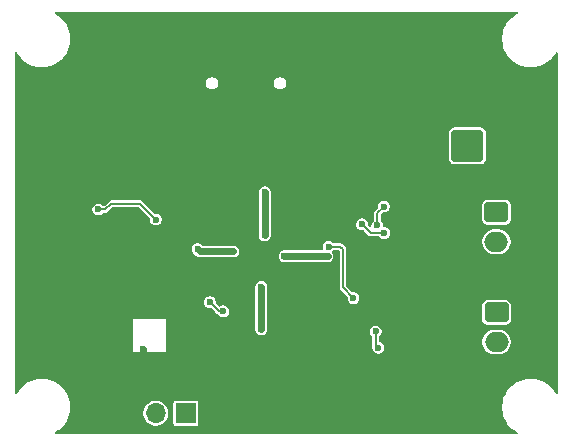
<source format=gbr>
%TF.GenerationSoftware,KiCad,Pcbnew,9.0.4*%
%TF.CreationDate,2025-09-14T23:12:39-04:00*%
%TF.ProjectId,rotour_v2,726f746f-7572-45f7-9632-2e6b69636164,20250913A*%
%TF.SameCoordinates,Original*%
%TF.FileFunction,Copper,L2,Bot*%
%TF.FilePolarity,Positive*%
%FSLAX46Y46*%
G04 Gerber Fmt 4.6, Leading zero omitted, Abs format (unit mm)*
G04 Created by KiCad (PCBNEW 9.0.4) date 2025-09-14 23:12:39*
%MOMM*%
%LPD*%
G01*
G04 APERTURE LIST*
G04 Aperture macros list*
%AMRoundRect*
0 Rectangle with rounded corners*
0 $1 Rounding radius*
0 $2 $3 $4 $5 $6 $7 $8 $9 X,Y pos of 4 corners*
0 Add a 4 corners polygon primitive as box body*
4,1,4,$2,$3,$4,$5,$6,$7,$8,$9,$2,$3,0*
0 Add four circle primitives for the rounded corners*
1,1,$1+$1,$2,$3*
1,1,$1+$1,$4,$5*
1,1,$1+$1,$6,$7*
1,1,$1+$1,$8,$9*
0 Add four rect primitives between the rounded corners*
20,1,$1+$1,$2,$3,$4,$5,0*
20,1,$1+$1,$4,$5,$6,$7,0*
20,1,$1+$1,$6,$7,$8,$9,0*
20,1,$1+$1,$8,$9,$2,$3,0*%
G04 Aperture macros list end*
%TA.AperFunction,HeatsinkPad*%
%ADD10C,0.500000*%
%TD*%
%TA.AperFunction,HeatsinkPad*%
%ADD11R,3.400000X3.400000*%
%TD*%
%TA.AperFunction,ComponentPad*%
%ADD12RoundRect,0.250001X1.099999X-1.099999X1.099999X1.099999X-1.099999X1.099999X-1.099999X-1.099999X0*%
%TD*%
%TA.AperFunction,ComponentPad*%
%ADD13C,2.700000*%
%TD*%
%TA.AperFunction,HeatsinkPad*%
%ADD14O,1.000000X2.100000*%
%TD*%
%TA.AperFunction,HeatsinkPad*%
%ADD15O,1.000000X1.800000*%
%TD*%
%TA.AperFunction,ComponentPad*%
%ADD16RoundRect,0.250000X-0.750000X0.600000X-0.750000X-0.600000X0.750000X-0.600000X0.750000X0.600000X0*%
%TD*%
%TA.AperFunction,ComponentPad*%
%ADD17O,2.000000X1.700000*%
%TD*%
%TA.AperFunction,ComponentPad*%
%ADD18R,1.700000X1.700000*%
%TD*%
%TA.AperFunction,ComponentPad*%
%ADD19O,1.700000X1.700000*%
%TD*%
%TA.AperFunction,ViaPad*%
%ADD20C,0.600000*%
%TD*%
%TA.AperFunction,Conductor*%
%ADD21C,0.600000*%
%TD*%
%TA.AperFunction,Conductor*%
%ADD22C,0.150000*%
%TD*%
G04 APERTURE END LIST*
D10*
%TO.P,U3,61,GND*%
%TO.N,GND*%
X180550000Y-114550000D03*
X180550000Y-116000000D03*
X180550000Y-117450000D03*
X182000000Y-114550000D03*
X182000000Y-116000000D03*
D11*
X182000000Y-116000000D03*
D10*
X182000000Y-117450000D03*
X183450000Y-114550000D03*
X183450000Y-116000000D03*
X183450000Y-117450000D03*
%TD*%
D12*
%TO.P,J5,1,Pin_1*%
%TO.N,+BATT*%
X199650000Y-106257500D03*
D13*
%TO.P,J5,2,Pin_2*%
%TO.N,GND*%
X199650000Y-102297500D03*
%TD*%
D14*
%TO.P,J7,S1,SHIELD*%
%TO.N,GND*%
X185220000Y-101455000D03*
D15*
X185220000Y-97275000D03*
D14*
X176580000Y-101455000D03*
D15*
X176580000Y-97275000D03*
%TD*%
D16*
%TO.P,J2,1,Pin_1*%
%TO.N,/L_MOT_OUT1*%
X202105000Y-111890000D03*
D17*
%TO.P,J2,2,Pin_2*%
%TO.N,/L_MOT_OUT2*%
X202105000Y-114390000D03*
%TD*%
D16*
%TO.P,J6,1,Pin_1*%
%TO.N,/R_MOT_OUT1*%
X202115000Y-120370000D03*
D17*
%TO.P,J6,2,Pin_2*%
%TO.N,/R_MOT_OUT2*%
X202115000Y-122870000D03*
%TD*%
D18*
%TO.P,J4,1,Pin_1*%
%TO.N,/SERVO*%
X175805000Y-128900000D03*
D19*
%TO.P,J4,2,Pin_2*%
%TO.N,+3V3*%
X173265000Y-128900000D03*
%TO.P,J4,3,Pin_3*%
%TO.N,GND*%
X170725000Y-128900000D03*
%TD*%
D20*
%TO.N,GND*%
X191500000Y-100750000D03*
X195125000Y-114350000D03*
X194475000Y-123475000D03*
X171650000Y-104700000D03*
X196500000Y-122700000D03*
X184800000Y-125000000D03*
X185850000Y-112150000D03*
X184800000Y-127500000D03*
X177700000Y-104550000D03*
X185100000Y-110500000D03*
X185100000Y-111100000D03*
X191450000Y-119450000D03*
X183700000Y-123350000D03*
X179400000Y-125000000D03*
X190290000Y-115400000D03*
X184800000Y-130300000D03*
X179140000Y-108120000D03*
X193050000Y-101300000D03*
X183950000Y-104700000D03*
X194800000Y-124025000D03*
X174300000Y-112725000D03*
X193350000Y-99700000D03*
X166450000Y-116650000D03*
X194800000Y-114900000D03*
X180450000Y-105300000D03*
X194475000Y-114350000D03*
X179400000Y-126250000D03*
X179400000Y-128775000D03*
X189050000Y-119900000D03*
X193050000Y-101900000D03*
X179400000Y-127500000D03*
X190200000Y-126175000D03*
X191400000Y-109450000D03*
X194200000Y-100850000D03*
X189425000Y-112500000D03*
X169000000Y-112650000D03*
X169900000Y-127200000D03*
X195125000Y-123475000D03*
X190700000Y-102250000D03*
X191450000Y-110500000D03*
X197600000Y-122700000D03*
X191950000Y-119000000D03*
X169000000Y-114650000D03*
X172220000Y-123420000D03*
X165950000Y-122950000D03*
X175475000Y-122475000D03*
X166300000Y-100600000D03*
X166450000Y-114650000D03*
X177879077Y-123931720D03*
X184800000Y-126250000D03*
X188575000Y-112450000D03*
X165075000Y-100600000D03*
X197585000Y-113600000D03*
X176950000Y-102900000D03*
X193350000Y-100300000D03*
X194800000Y-100850000D03*
X181950000Y-130300000D03*
X191500000Y-118500000D03*
X169000000Y-116650000D03*
X184800000Y-128775000D03*
X170650000Y-127200000D03*
X196525000Y-113600000D03*
X180200000Y-123300000D03*
X184650000Y-102950000D03*
X174300000Y-117400000D03*
X191875000Y-109925000D03*
X190290000Y-116400000D03*
X166450000Y-112650000D03*
X174300000Y-115000000D03*
X190300000Y-108400000D03*
X179400000Y-130300000D03*
X188575000Y-113200000D03*
%TO.N,+3V3*%
X191875000Y-121975000D03*
X192600000Y-113650000D03*
X190725000Y-112900000D03*
X192100000Y-123350000D03*
%TO.N,+1V1*%
X182200500Y-121800000D03*
X179825000Y-115200000D03*
X176800500Y-115000000D03*
X182200000Y-118175000D03*
X182500500Y-110200000D03*
X182488270Y-113850500D03*
X184150000Y-115600000D03*
X187800500Y-115600000D03*
X182500000Y-110800000D03*
%TO.N,/R_MOT_VISEN*%
X190000000Y-119150000D03*
X187890000Y-114800000D03*
%TO.N,/L_ENCODER_CS*%
X168400000Y-111650000D03*
X173277500Y-112502500D03*
%TO.N,/L_MOT_IN2*%
X192575000Y-111400000D03*
X192025000Y-113000000D03*
%TO.N,/GYRO_MOSI*%
X177850000Y-119500000D03*
X178975000Y-120275000D03*
%TD*%
D21*
%TO.N,GND*%
X172220000Y-123420000D02*
X172220000Y-123750000D01*
D22*
%TO.N,+3V3*%
X191875000Y-123125000D02*
X192100000Y-123350000D01*
X191475000Y-113650000D02*
X190725000Y-112900000D01*
X192600000Y-113650000D02*
X191475000Y-113650000D01*
X191875000Y-121975000D02*
X191875000Y-123125000D01*
D21*
%TO.N,+1V1*%
X187800500Y-115600000D02*
X184150000Y-115600000D01*
X179825000Y-115200000D02*
X177000500Y-115200000D01*
X182200500Y-118175500D02*
X182200500Y-121800000D01*
X177000500Y-115200000D02*
X176800500Y-115000000D01*
X182488270Y-113850500D02*
X182500500Y-113838270D01*
X182500500Y-113838270D02*
X182500500Y-110200000D01*
X182200000Y-118175000D02*
X182200500Y-118175500D01*
D22*
%TO.N,/R_MOT_VISEN*%
X189100000Y-115000000D02*
X188900000Y-114800000D01*
X189100000Y-118250000D02*
X190000000Y-119150000D01*
X188900000Y-114800000D02*
X187890000Y-114800000D01*
X189100000Y-115000000D02*
X189100000Y-118250000D01*
%TO.N,/L_ENCODER_CS*%
X169000000Y-111650000D02*
X168400000Y-111650000D01*
X169500000Y-111150000D02*
X169000000Y-111650000D01*
X171925000Y-111150000D02*
X169500000Y-111150000D01*
X173277500Y-112502500D02*
X171925000Y-111150000D01*
%TO.N,/L_MOT_IN2*%
X192025000Y-111950000D02*
X192025000Y-113000000D01*
X192575000Y-111400000D02*
X192025000Y-111950000D01*
%TO.N,/GYRO_MOSI*%
X178625000Y-120275000D02*
X177850000Y-119500000D01*
X178975000Y-120275000D02*
X178625000Y-120275000D01*
%TD*%
%TA.AperFunction,Conductor*%
%TO.N,GND*%
G36*
X203866816Y-94919407D02*
G01*
X203902780Y-94968907D01*
X203902780Y-95030093D01*
X203866816Y-95079593D01*
X203851580Y-95088696D01*
X203837010Y-95095712D01*
X203837005Y-95095714D01*
X203608710Y-95239162D01*
X203397916Y-95407265D01*
X203207265Y-95597916D01*
X203039162Y-95808710D01*
X202895714Y-96037005D01*
X202895708Y-96037017D01*
X202778733Y-96279919D01*
X202778732Y-96279922D01*
X202689684Y-96534405D01*
X202629688Y-96797265D01*
X202629687Y-96797271D01*
X202599500Y-97065174D01*
X202599500Y-97334825D01*
X202629687Y-97602728D01*
X202629688Y-97602734D01*
X202689684Y-97865594D01*
X202778732Y-98120077D01*
X202778733Y-98120080D01*
X202895708Y-98362982D01*
X202895714Y-98362994D01*
X203039162Y-98591289D01*
X203207266Y-98802085D01*
X203397915Y-98992734D01*
X203608711Y-99160838D01*
X203837003Y-99304284D01*
X203837005Y-99304285D01*
X203837017Y-99304291D01*
X204049556Y-99406644D01*
X204079921Y-99421267D01*
X204198719Y-99462836D01*
X204334405Y-99510315D01*
X204334408Y-99510315D01*
X204334409Y-99510316D01*
X204597268Y-99570312D01*
X204669515Y-99578452D01*
X204865174Y-99600499D01*
X204865190Y-99600499D01*
X204865191Y-99600500D01*
X204865192Y-99600500D01*
X205134808Y-99600500D01*
X205134809Y-99600500D01*
X205134810Y-99600499D01*
X205134825Y-99600499D01*
X205306402Y-99581165D01*
X205402732Y-99570312D01*
X205665591Y-99510316D01*
X205920079Y-99421267D01*
X206162997Y-99304284D01*
X206391289Y-99160838D01*
X206602085Y-98992734D01*
X206792734Y-98802085D01*
X206960838Y-98591289D01*
X207104284Y-98362997D01*
X207111303Y-98348420D01*
X207153586Y-98304196D01*
X207213788Y-98293270D01*
X207268914Y-98319816D01*
X207297909Y-98373696D01*
X207299500Y-98391374D01*
X207299500Y-127208625D01*
X207280593Y-127266816D01*
X207231093Y-127302780D01*
X207169907Y-127302780D01*
X207120407Y-127266816D01*
X207111304Y-127251580D01*
X207109869Y-127248600D01*
X207104284Y-127237003D01*
X206960838Y-127008711D01*
X206792734Y-126797915D01*
X206602085Y-126607266D01*
X206391289Y-126439162D01*
X206162997Y-126295716D01*
X206162994Y-126295714D01*
X206162982Y-126295708D01*
X205920080Y-126178733D01*
X205920077Y-126178732D01*
X205665594Y-126089684D01*
X205402734Y-126029688D01*
X205402728Y-126029687D01*
X205134825Y-125999500D01*
X205134809Y-125999500D01*
X204865191Y-125999500D01*
X204865174Y-125999500D01*
X204597271Y-126029687D01*
X204597265Y-126029688D01*
X204334405Y-126089684D01*
X204079922Y-126178732D01*
X204079919Y-126178733D01*
X203837017Y-126295708D01*
X203837005Y-126295714D01*
X203608710Y-126439162D01*
X203397916Y-126607265D01*
X203207265Y-126797916D01*
X203039162Y-127008710D01*
X202895714Y-127237005D01*
X202895708Y-127237017D01*
X202778733Y-127479919D01*
X202778732Y-127479922D01*
X202689684Y-127734405D01*
X202629688Y-127997265D01*
X202629687Y-127997271D01*
X202599500Y-128265174D01*
X202599500Y-128534825D01*
X202629687Y-128802728D01*
X202629688Y-128802734D01*
X202689684Y-129065594D01*
X202778732Y-129320077D01*
X202778733Y-129320080D01*
X202895708Y-129562982D01*
X202895714Y-129562994D01*
X202991840Y-129715977D01*
X203039162Y-129791289D01*
X203207266Y-130002085D01*
X203397915Y-130192734D01*
X203608711Y-130360838D01*
X203837003Y-130504284D01*
X203848600Y-130509869D01*
X203851580Y-130511304D01*
X203895804Y-130553588D01*
X203906729Y-130613790D01*
X203880181Y-130668916D01*
X203826301Y-130697909D01*
X203808625Y-130699500D01*
X164791375Y-130699500D01*
X164733184Y-130680593D01*
X164697220Y-130631093D01*
X164697220Y-130569907D01*
X164733184Y-130520407D01*
X164748420Y-130511304D01*
X164749885Y-130510598D01*
X164762997Y-130504284D01*
X164991289Y-130360838D01*
X165202085Y-130192734D01*
X165392734Y-130002085D01*
X165560838Y-129791289D01*
X165704284Y-129562997D01*
X165821267Y-129320079D01*
X165910316Y-129065591D01*
X165970312Y-128802732D01*
X165971011Y-128796532D01*
X172214500Y-128796532D01*
X172214500Y-129003467D01*
X172254869Y-129206418D01*
X172334058Y-129397597D01*
X172444564Y-129562982D01*
X172449023Y-129569655D01*
X172595345Y-129715977D01*
X172767402Y-129830941D01*
X172958580Y-129910130D01*
X173161535Y-129950500D01*
X173161536Y-129950500D01*
X173368464Y-129950500D01*
X173368465Y-129950500D01*
X173571420Y-129910130D01*
X173762598Y-129830941D01*
X173934655Y-129715977D01*
X174080977Y-129569655D01*
X174195941Y-129397598D01*
X174275130Y-129206420D01*
X174315500Y-129003465D01*
X174315500Y-128796535D01*
X174275130Y-128593580D01*
X174195941Y-128402402D01*
X174080977Y-128230345D01*
X173934655Y-128084023D01*
X173854182Y-128030253D01*
X174754500Y-128030253D01*
X174754500Y-129769746D01*
X174754501Y-129769758D01*
X174766132Y-129828227D01*
X174766134Y-129828233D01*
X174810445Y-129894548D01*
X174810448Y-129894552D01*
X174876769Y-129938867D01*
X174921231Y-129947711D01*
X174935241Y-129950498D01*
X174935246Y-129950498D01*
X174935252Y-129950500D01*
X174935253Y-129950500D01*
X176674747Y-129950500D01*
X176674748Y-129950500D01*
X176733231Y-129938867D01*
X176799552Y-129894552D01*
X176843867Y-129828231D01*
X176855500Y-129769748D01*
X176855500Y-128030252D01*
X176843867Y-127971769D01*
X176799552Y-127905448D01*
X176799548Y-127905445D01*
X176733233Y-127861134D01*
X176733231Y-127861133D01*
X176733228Y-127861132D01*
X176733227Y-127861132D01*
X176674758Y-127849501D01*
X176674748Y-127849500D01*
X174935252Y-127849500D01*
X174935251Y-127849500D01*
X174935241Y-127849501D01*
X174876772Y-127861132D01*
X174876766Y-127861134D01*
X174810451Y-127905445D01*
X174810445Y-127905451D01*
X174766134Y-127971766D01*
X174766132Y-127971772D01*
X174754501Y-128030241D01*
X174754500Y-128030253D01*
X173854182Y-128030253D01*
X173762597Y-127969058D01*
X173571418Y-127889869D01*
X173368467Y-127849500D01*
X173368465Y-127849500D01*
X173161535Y-127849500D01*
X173161532Y-127849500D01*
X172958581Y-127889869D01*
X172767402Y-127969058D01*
X172595348Y-128084020D01*
X172449020Y-128230348D01*
X172334058Y-128402402D01*
X172254869Y-128593581D01*
X172214500Y-128796532D01*
X165971011Y-128796532D01*
X165993878Y-128593581D01*
X166000499Y-128534825D01*
X166000500Y-128534808D01*
X166000500Y-128265191D01*
X166000499Y-128265174D01*
X165978452Y-128069515D01*
X165970312Y-127997268D01*
X165910316Y-127734409D01*
X165821267Y-127479921D01*
X165737862Y-127306729D01*
X165704291Y-127237017D01*
X165704285Y-127237005D01*
X165560837Y-127008710D01*
X165392734Y-126797915D01*
X165202085Y-126607266D01*
X164991289Y-126439162D01*
X164762997Y-126295716D01*
X164762994Y-126295714D01*
X164762982Y-126295708D01*
X164520080Y-126178733D01*
X164520077Y-126178732D01*
X164265594Y-126089684D01*
X164002734Y-126029688D01*
X164002728Y-126029687D01*
X163734825Y-125999500D01*
X163734809Y-125999500D01*
X163465191Y-125999500D01*
X163465174Y-125999500D01*
X163197271Y-126029687D01*
X163197265Y-126029688D01*
X162934405Y-126089684D01*
X162679922Y-126178732D01*
X162679919Y-126178733D01*
X162437017Y-126295708D01*
X162437005Y-126295714D01*
X162208710Y-126439162D01*
X161997916Y-126607265D01*
X161807265Y-126797916D01*
X161639162Y-127008710D01*
X161495714Y-127237005D01*
X161495712Y-127237010D01*
X161488696Y-127251580D01*
X161446412Y-127295804D01*
X161386210Y-127306729D01*
X161331084Y-127280181D01*
X161302091Y-127226301D01*
X161300500Y-127208625D01*
X161300500Y-123750000D01*
X171300000Y-123750000D01*
X171300001Y-123750000D01*
X174099999Y-123750000D01*
X174100000Y-123750000D01*
X174100000Y-120950000D01*
X171300000Y-120950000D01*
X171300000Y-123750000D01*
X161300500Y-123750000D01*
X161300500Y-119434108D01*
X177349500Y-119434108D01*
X177349500Y-119565892D01*
X177379579Y-119678151D01*
X177383609Y-119693190D01*
X177449496Y-119807309D01*
X177449498Y-119807311D01*
X177449500Y-119807314D01*
X177542686Y-119900500D01*
X177542688Y-119900501D01*
X177542690Y-119900503D01*
X177656810Y-119966390D01*
X177656808Y-119966390D01*
X177656812Y-119966391D01*
X177656814Y-119966392D01*
X177784108Y-120000500D01*
X177784110Y-120000500D01*
X177919876Y-120000500D01*
X177978067Y-120019407D01*
X177989879Y-120029496D01*
X178301274Y-120340890D01*
X178468942Y-120508558D01*
X178520662Y-120529980D01*
X178567186Y-120569715D01*
X178568512Y-120571943D01*
X178574500Y-120582314D01*
X178667686Y-120675500D01*
X178667688Y-120675501D01*
X178667690Y-120675503D01*
X178781810Y-120741390D01*
X178781808Y-120741390D01*
X178781812Y-120741391D01*
X178781814Y-120741392D01*
X178909108Y-120775500D01*
X178909110Y-120775500D01*
X179040890Y-120775500D01*
X179040892Y-120775500D01*
X179168186Y-120741392D01*
X179168188Y-120741390D01*
X179168190Y-120741390D01*
X179282309Y-120675503D01*
X179282309Y-120675502D01*
X179282314Y-120675500D01*
X179375500Y-120582314D01*
X179441392Y-120468186D01*
X179475500Y-120340892D01*
X179475500Y-120209108D01*
X179441392Y-120081814D01*
X179441390Y-120081811D01*
X179441390Y-120081809D01*
X179375503Y-119967690D01*
X179375501Y-119967688D01*
X179375500Y-119967686D01*
X179282314Y-119874500D01*
X179282311Y-119874498D01*
X179282309Y-119874496D01*
X179168189Y-119808609D01*
X179168191Y-119808609D01*
X179118799Y-119795375D01*
X179040892Y-119774500D01*
X178909108Y-119774500D01*
X178831200Y-119795375D01*
X178781809Y-119808609D01*
X178699511Y-119856125D01*
X178639663Y-119868847D01*
X178583767Y-119843960D01*
X178580007Y-119840392D01*
X178379496Y-119639880D01*
X178351719Y-119585364D01*
X178350500Y-119569877D01*
X178350500Y-119434109D01*
X178332574Y-119367207D01*
X178316392Y-119306814D01*
X178316390Y-119306811D01*
X178316390Y-119306809D01*
X178250503Y-119192690D01*
X178250501Y-119192688D01*
X178250500Y-119192686D01*
X178157314Y-119099500D01*
X178157311Y-119099498D01*
X178157309Y-119099496D01*
X178043189Y-119033609D01*
X178043191Y-119033609D01*
X177993799Y-119020375D01*
X177915892Y-118999500D01*
X177784108Y-118999500D01*
X177706200Y-119020375D01*
X177656809Y-119033609D01*
X177542690Y-119099496D01*
X177449496Y-119192690D01*
X177383609Y-119306809D01*
X177383608Y-119306814D01*
X177349500Y-119434108D01*
X161300500Y-119434108D01*
X161300500Y-118109108D01*
X181699500Y-118109108D01*
X181699500Y-118240892D01*
X181699971Y-118242651D01*
X181699999Y-118250845D01*
X181699981Y-118250898D01*
X181700000Y-118251178D01*
X181700000Y-121865892D01*
X181711580Y-121909108D01*
X181734109Y-121993190D01*
X181799996Y-122107309D01*
X181799998Y-122107311D01*
X181800000Y-122107314D01*
X181893186Y-122200500D01*
X181893188Y-122200501D01*
X181893190Y-122200503D01*
X182007310Y-122266390D01*
X182007308Y-122266390D01*
X182007312Y-122266391D01*
X182007314Y-122266392D01*
X182134608Y-122300500D01*
X182134610Y-122300500D01*
X182266390Y-122300500D01*
X182266392Y-122300500D01*
X182393686Y-122266392D01*
X182393688Y-122266390D01*
X182393690Y-122266390D01*
X182507809Y-122200503D01*
X182507809Y-122200502D01*
X182507814Y-122200500D01*
X182601000Y-122107314D01*
X182631768Y-122054023D01*
X182666890Y-121993190D01*
X182666890Y-121993188D01*
X182666892Y-121993186D01*
X182689420Y-121909108D01*
X191374500Y-121909108D01*
X191374500Y-122040892D01*
X191392296Y-122107309D01*
X191408609Y-122168190D01*
X191474496Y-122282309D01*
X191474498Y-122282311D01*
X191474500Y-122282314D01*
X191567686Y-122375500D01*
X191567688Y-122375501D01*
X191570504Y-122378317D01*
X191598281Y-122432834D01*
X191599500Y-122448321D01*
X191599500Y-123179800D01*
X191603610Y-123189723D01*
X191608411Y-123250720D01*
X191607773Y-123253230D01*
X191599500Y-123284106D01*
X191599500Y-123284108D01*
X191599500Y-123415892D01*
X191629579Y-123528151D01*
X191633609Y-123543190D01*
X191699496Y-123657309D01*
X191699498Y-123657311D01*
X191699500Y-123657314D01*
X191792686Y-123750500D01*
X191792688Y-123750501D01*
X191792690Y-123750503D01*
X191906810Y-123816390D01*
X191906808Y-123816390D01*
X191906812Y-123816391D01*
X191906814Y-123816392D01*
X192034108Y-123850500D01*
X192034110Y-123850500D01*
X192165890Y-123850500D01*
X192165892Y-123850500D01*
X192293186Y-123816392D01*
X192293188Y-123816390D01*
X192293190Y-123816390D01*
X192407309Y-123750503D01*
X192407309Y-123750502D01*
X192407314Y-123750500D01*
X192500500Y-123657314D01*
X192566392Y-123543186D01*
X192600500Y-123415892D01*
X192600500Y-123284108D01*
X192566392Y-123156814D01*
X192566390Y-123156811D01*
X192566390Y-123156809D01*
X192500503Y-123042690D01*
X192500501Y-123042688D01*
X192500500Y-123042686D01*
X192407314Y-122949500D01*
X192407311Y-122949498D01*
X192407309Y-122949496D01*
X192293189Y-122883609D01*
X192293190Y-122883609D01*
X192223877Y-122865037D01*
X192221610Y-122863565D01*
X192218907Y-122863565D01*
X192196150Y-122847031D01*
X192172562Y-122831713D01*
X192171593Y-122829189D01*
X192169407Y-122827601D01*
X192160714Y-122800847D01*
X192159743Y-122798317D01*
X192155345Y-122792264D01*
X192153887Y-122783062D01*
X192150636Y-122774591D01*
X192150500Y-122769410D01*
X192150500Y-122766532D01*
X200914500Y-122766532D01*
X200914500Y-122973467D01*
X200954869Y-123176418D01*
X201034058Y-123367597D01*
X201149020Y-123539651D01*
X201149023Y-123539655D01*
X201295345Y-123685977D01*
X201467402Y-123800941D01*
X201658580Y-123880130D01*
X201861535Y-123920500D01*
X201861536Y-123920500D01*
X202368464Y-123920500D01*
X202368465Y-123920500D01*
X202571420Y-123880130D01*
X202762598Y-123800941D01*
X202934655Y-123685977D01*
X203080977Y-123539655D01*
X203195941Y-123367598D01*
X203275130Y-123176420D01*
X203315500Y-122973465D01*
X203315500Y-122766535D01*
X203275130Y-122563580D01*
X203195941Y-122372402D01*
X203080977Y-122200345D01*
X202934655Y-122054023D01*
X202915000Y-122040890D01*
X202762597Y-121939058D01*
X202571418Y-121859869D01*
X202368467Y-121819500D01*
X202368465Y-121819500D01*
X201861535Y-121819500D01*
X201861532Y-121819500D01*
X201658581Y-121859869D01*
X201467402Y-121939058D01*
X201295348Y-122054020D01*
X201149020Y-122200348D01*
X201034058Y-122372402D01*
X200954869Y-122563581D01*
X200914500Y-122766532D01*
X192150500Y-122766532D01*
X192150500Y-122448321D01*
X192169407Y-122390130D01*
X192179496Y-122378317D01*
X192182311Y-122375501D01*
X192182314Y-122375500D01*
X192275500Y-122282314D01*
X192322734Y-122200503D01*
X192341390Y-122168190D01*
X192341390Y-122168188D01*
X192341392Y-122168186D01*
X192375500Y-122040892D01*
X192375500Y-121909108D01*
X192341392Y-121781814D01*
X192341390Y-121781811D01*
X192341390Y-121781809D01*
X192275503Y-121667690D01*
X192275501Y-121667688D01*
X192275500Y-121667686D01*
X192182314Y-121574500D01*
X192182311Y-121574498D01*
X192182309Y-121574496D01*
X192068189Y-121508609D01*
X192068191Y-121508609D01*
X192018799Y-121495375D01*
X191940892Y-121474500D01*
X191809108Y-121474500D01*
X191731200Y-121495375D01*
X191681809Y-121508609D01*
X191567690Y-121574496D01*
X191474496Y-121667690D01*
X191408609Y-121781809D01*
X191408608Y-121781814D01*
X191374500Y-121909108D01*
X182689420Y-121909108D01*
X182701000Y-121865892D01*
X182701000Y-119715725D01*
X200914500Y-119715725D01*
X200914500Y-121024274D01*
X200917353Y-121054694D01*
X200917355Y-121054703D01*
X200962207Y-121182883D01*
X201042845Y-121292144D01*
X201042847Y-121292146D01*
X201042850Y-121292150D01*
X201042853Y-121292152D01*
X201042855Y-121292154D01*
X201152116Y-121372792D01*
X201152117Y-121372792D01*
X201152118Y-121372793D01*
X201280301Y-121417646D01*
X201310725Y-121420499D01*
X201310727Y-121420500D01*
X201310734Y-121420500D01*
X202919273Y-121420500D01*
X202919273Y-121420499D01*
X202949699Y-121417646D01*
X203077882Y-121372793D01*
X203187150Y-121292150D01*
X203267793Y-121182882D01*
X203312646Y-121054699D01*
X203315499Y-121024273D01*
X203315500Y-121024273D01*
X203315500Y-119715727D01*
X203315499Y-119715725D01*
X203312646Y-119685305D01*
X203312646Y-119685301D01*
X203267793Y-119557118D01*
X203187150Y-119447850D01*
X203187146Y-119447847D01*
X203187144Y-119447845D01*
X203077883Y-119367207D01*
X202949703Y-119322355D01*
X202949694Y-119322353D01*
X202919274Y-119319500D01*
X202919266Y-119319500D01*
X201310734Y-119319500D01*
X201310725Y-119319500D01*
X201280305Y-119322353D01*
X201280296Y-119322355D01*
X201152116Y-119367207D01*
X201042855Y-119447845D01*
X201042845Y-119447855D01*
X200962207Y-119557116D01*
X200917355Y-119685296D01*
X200917353Y-119685305D01*
X200914500Y-119715725D01*
X182701000Y-119715725D01*
X182701000Y-118109608D01*
X182696802Y-118093942D01*
X182666892Y-117982314D01*
X182601000Y-117868186D01*
X182507314Y-117774500D01*
X182507311Y-117774498D01*
X182507309Y-117774496D01*
X182393189Y-117708609D01*
X182393191Y-117708609D01*
X182343799Y-117695375D01*
X182265892Y-117674500D01*
X182134108Y-117674500D01*
X182056200Y-117695375D01*
X182006809Y-117708609D01*
X181892690Y-117774496D01*
X181799496Y-117867690D01*
X181733609Y-117981809D01*
X181703564Y-118093942D01*
X181699500Y-118109108D01*
X161300500Y-118109108D01*
X161300500Y-114934108D01*
X176300000Y-114934108D01*
X176300000Y-115065892D01*
X176310344Y-115104496D01*
X176334109Y-115193190D01*
X176399996Y-115307309D01*
X176399998Y-115307311D01*
X176400000Y-115307314D01*
X176693186Y-115600500D01*
X176693188Y-115600501D01*
X176693190Y-115600503D01*
X176807310Y-115666390D01*
X176807308Y-115666390D01*
X176807312Y-115666391D01*
X176807314Y-115666392D01*
X176934608Y-115700500D01*
X176934610Y-115700500D01*
X179890890Y-115700500D01*
X179890892Y-115700500D01*
X180018186Y-115666392D01*
X180018188Y-115666390D01*
X180018190Y-115666390D01*
X180132309Y-115600503D01*
X180132309Y-115600502D01*
X180132314Y-115600500D01*
X180198706Y-115534108D01*
X183649500Y-115534108D01*
X183649500Y-115665892D01*
X183658773Y-115700500D01*
X183683609Y-115793190D01*
X183749496Y-115907309D01*
X183749498Y-115907311D01*
X183749500Y-115907314D01*
X183842686Y-116000500D01*
X183842688Y-116000501D01*
X183842690Y-116000503D01*
X183956810Y-116066390D01*
X183956808Y-116066390D01*
X183956812Y-116066391D01*
X183956814Y-116066392D01*
X184084108Y-116100500D01*
X184084110Y-116100500D01*
X187866390Y-116100500D01*
X187866392Y-116100500D01*
X187993686Y-116066392D01*
X187993688Y-116066390D01*
X187993690Y-116066390D01*
X188107809Y-116000503D01*
X188107809Y-116000502D01*
X188107814Y-116000500D01*
X188201000Y-115907314D01*
X188266892Y-115793186D01*
X188301000Y-115665892D01*
X188301000Y-115534108D01*
X188266892Y-115406814D01*
X188266890Y-115406811D01*
X188266890Y-115406809D01*
X188203891Y-115297693D01*
X188203328Y-115295049D01*
X188201417Y-115293137D01*
X188197017Y-115265357D01*
X188191169Y-115237845D01*
X188192268Y-115235374D01*
X188191846Y-115232705D01*
X188204611Y-115207651D01*
X188216055Y-115181949D01*
X188219605Y-115178208D01*
X188290500Y-115107314D01*
X188290500Y-115107313D01*
X188293318Y-115104496D01*
X188347835Y-115076719D01*
X188363321Y-115075500D01*
X188725500Y-115075500D01*
X188783691Y-115094407D01*
X188819655Y-115143907D01*
X188824500Y-115174500D01*
X188824500Y-118304799D01*
X188850756Y-118368186D01*
X188850756Y-118368187D01*
X188866441Y-118406055D01*
X188866442Y-118406056D01*
X188866443Y-118406058D01*
X189470504Y-119010120D01*
X189498281Y-119064636D01*
X189499500Y-119080123D01*
X189499500Y-119084108D01*
X189499500Y-119215892D01*
X189523861Y-119306809D01*
X189533609Y-119343190D01*
X189599496Y-119457309D01*
X189599498Y-119457311D01*
X189599500Y-119457314D01*
X189692686Y-119550500D01*
X189692688Y-119550501D01*
X189692690Y-119550503D01*
X189806810Y-119616390D01*
X189806808Y-119616390D01*
X189806812Y-119616391D01*
X189806814Y-119616392D01*
X189934108Y-119650500D01*
X189934110Y-119650500D01*
X190065890Y-119650500D01*
X190065892Y-119650500D01*
X190193186Y-119616392D01*
X190307314Y-119550500D01*
X190400500Y-119457314D01*
X190405967Y-119447845D01*
X190466390Y-119343190D01*
X190466390Y-119343188D01*
X190466392Y-119343186D01*
X190500500Y-119215892D01*
X190500500Y-119084108D01*
X190466392Y-118956814D01*
X190466390Y-118956811D01*
X190466390Y-118956809D01*
X190400503Y-118842690D01*
X190400501Y-118842688D01*
X190400500Y-118842686D01*
X190307314Y-118749500D01*
X190307311Y-118749498D01*
X190307309Y-118749496D01*
X190193189Y-118683609D01*
X190193191Y-118683609D01*
X190143799Y-118670375D01*
X190065892Y-118649500D01*
X189934108Y-118649500D01*
X189930124Y-118649500D01*
X189871933Y-118630593D01*
X189860120Y-118620504D01*
X189404496Y-118164880D01*
X189376719Y-118110363D01*
X189375500Y-118094876D01*
X189375500Y-114945200D01*
X189370907Y-114934111D01*
X189370907Y-114934110D01*
X189333559Y-114843943D01*
X189056057Y-114566442D01*
X188996742Y-114541873D01*
X188954800Y-114524500D01*
X188954799Y-114524500D01*
X188363321Y-114524500D01*
X188305130Y-114505593D01*
X188293317Y-114495504D01*
X188290501Y-114492688D01*
X188290500Y-114492686D01*
X188197314Y-114399500D01*
X188197311Y-114399498D01*
X188197309Y-114399496D01*
X188141729Y-114367407D01*
X188083189Y-114333609D01*
X188083191Y-114333609D01*
X188020793Y-114316890D01*
X187955892Y-114299500D01*
X187824108Y-114299500D01*
X187759207Y-114316890D01*
X187696809Y-114333609D01*
X187582690Y-114399496D01*
X187489496Y-114492690D01*
X187423609Y-114606809D01*
X187423608Y-114606814D01*
X187389500Y-114734108D01*
X187389500Y-114865892D01*
X187418702Y-114974879D01*
X187415500Y-115035978D01*
X187376995Y-115083528D01*
X187323076Y-115099500D01*
X184084108Y-115099500D01*
X184029564Y-115114115D01*
X183956809Y-115133609D01*
X183842690Y-115199496D01*
X183749496Y-115292690D01*
X183683609Y-115406809D01*
X183683608Y-115406814D01*
X183649500Y-115534108D01*
X180198706Y-115534108D01*
X180225500Y-115507314D01*
X180234504Y-115491717D01*
X180242357Y-115478118D01*
X180283524Y-115406814D01*
X180291392Y-115393186D01*
X180325500Y-115265892D01*
X180325500Y-115134108D01*
X180291392Y-115006814D01*
X180291390Y-115006811D01*
X180291390Y-115006809D01*
X180225503Y-114892690D01*
X180225501Y-114892688D01*
X180225500Y-114892686D01*
X180132314Y-114799500D01*
X180132311Y-114799498D01*
X180132309Y-114799496D01*
X180018189Y-114733609D01*
X180018191Y-114733609D01*
X179968799Y-114720375D01*
X179890892Y-114699500D01*
X179890890Y-114699500D01*
X177248822Y-114699500D01*
X177190631Y-114680593D01*
X177178819Y-114670504D01*
X177107814Y-114599500D01*
X177107809Y-114599496D01*
X176993689Y-114533609D01*
X176993691Y-114533609D01*
X176944299Y-114520375D01*
X176866392Y-114499500D01*
X176734608Y-114499500D01*
X176656700Y-114520375D01*
X176607309Y-114533609D01*
X176493190Y-114599496D01*
X176399996Y-114692690D01*
X176334109Y-114806809D01*
X176334108Y-114806814D01*
X176300000Y-114934108D01*
X161300500Y-114934108D01*
X161300500Y-113784608D01*
X181987770Y-113784608D01*
X181987770Y-113916392D01*
X181995277Y-113944407D01*
X182021879Y-114043690D01*
X182087766Y-114157809D01*
X182087768Y-114157811D01*
X182087770Y-114157814D01*
X182180956Y-114251000D01*
X182180958Y-114251001D01*
X182180960Y-114251003D01*
X182295080Y-114316890D01*
X182295078Y-114316890D01*
X182295082Y-114316891D01*
X182295084Y-114316892D01*
X182422378Y-114351000D01*
X182422380Y-114351000D01*
X182554160Y-114351000D01*
X182554162Y-114351000D01*
X182681456Y-114316892D01*
X182681458Y-114316890D01*
X182681460Y-114316890D01*
X182734041Y-114286532D01*
X200904500Y-114286532D01*
X200904500Y-114493467D01*
X200944869Y-114696418D01*
X201024058Y-114887597D01*
X201139020Y-115059651D01*
X201139023Y-115059655D01*
X201285345Y-115205977D01*
X201457402Y-115320941D01*
X201648580Y-115400130D01*
X201851535Y-115440500D01*
X201851536Y-115440500D01*
X202358464Y-115440500D01*
X202358465Y-115440500D01*
X202561420Y-115400130D01*
X202752598Y-115320941D01*
X202924655Y-115205977D01*
X203070977Y-115059655D01*
X203185941Y-114887598D01*
X203265130Y-114696420D01*
X203305500Y-114493465D01*
X203305500Y-114286535D01*
X203265130Y-114083580D01*
X203185941Y-113892402D01*
X203070977Y-113720345D01*
X202924655Y-113574023D01*
X202752598Y-113459059D01*
X202752599Y-113459059D01*
X202752597Y-113459058D01*
X202561418Y-113379869D01*
X202358467Y-113339500D01*
X202358465Y-113339500D01*
X201851535Y-113339500D01*
X201851532Y-113339500D01*
X201648581Y-113379869D01*
X201457402Y-113459058D01*
X201285348Y-113574020D01*
X201139020Y-113720348D01*
X201024058Y-113892402D01*
X200944869Y-114083581D01*
X200904500Y-114286532D01*
X182734041Y-114286532D01*
X182795579Y-114251003D01*
X182795579Y-114251002D01*
X182795584Y-114251000D01*
X182901000Y-114145584D01*
X182966892Y-114031456D01*
X183001000Y-113904162D01*
X183001000Y-113772377D01*
X183001000Y-112834108D01*
X190224500Y-112834108D01*
X190224500Y-112965892D01*
X190251295Y-113065892D01*
X190258609Y-113093190D01*
X190324496Y-113207309D01*
X190324498Y-113207311D01*
X190324500Y-113207314D01*
X190417686Y-113300500D01*
X190417688Y-113300501D01*
X190417690Y-113300503D01*
X190531810Y-113366390D01*
X190531808Y-113366390D01*
X190531812Y-113366391D01*
X190531814Y-113366392D01*
X190659108Y-113400500D01*
X190659110Y-113400500D01*
X190794876Y-113400500D01*
X190853067Y-113419407D01*
X190864879Y-113429496D01*
X191151274Y-113715890D01*
X191318941Y-113883557D01*
X191340293Y-113892401D01*
X191340294Y-113892402D01*
X191363698Y-113902095D01*
X191420200Y-113925500D01*
X192126679Y-113925500D01*
X192184870Y-113944407D01*
X192196683Y-113954496D01*
X192199498Y-113957311D01*
X192199500Y-113957314D01*
X192292686Y-114050500D01*
X192292688Y-114050501D01*
X192292690Y-114050503D01*
X192406810Y-114116390D01*
X192406808Y-114116390D01*
X192406812Y-114116391D01*
X192406814Y-114116392D01*
X192534108Y-114150500D01*
X192534110Y-114150500D01*
X192665890Y-114150500D01*
X192665892Y-114150500D01*
X192793186Y-114116392D01*
X192793188Y-114116390D01*
X192793190Y-114116390D01*
X192907309Y-114050503D01*
X192907309Y-114050502D01*
X192907314Y-114050500D01*
X193000500Y-113957314D01*
X193018868Y-113925500D01*
X193066390Y-113843190D01*
X193066390Y-113843188D01*
X193066392Y-113843186D01*
X193100500Y-113715892D01*
X193100500Y-113584108D01*
X193066392Y-113456814D01*
X193066390Y-113456811D01*
X193066390Y-113456809D01*
X193000503Y-113342690D01*
X193000501Y-113342688D01*
X193000500Y-113342686D01*
X192907314Y-113249500D01*
X192907311Y-113249498D01*
X192907309Y-113249496D01*
X192793189Y-113183609D01*
X192793191Y-113183609D01*
X192743799Y-113170375D01*
X192665892Y-113149500D01*
X192624500Y-113149500D01*
X192566309Y-113130593D01*
X192530345Y-113081093D01*
X192525500Y-113050500D01*
X192525500Y-112934109D01*
X192525500Y-112934108D01*
X192491392Y-112806814D01*
X192491390Y-112806811D01*
X192491390Y-112806809D01*
X192425503Y-112692690D01*
X192425501Y-112692688D01*
X192425500Y-112692686D01*
X192332314Y-112599500D01*
X192332311Y-112599498D01*
X192329496Y-112596683D01*
X192301719Y-112542166D01*
X192300500Y-112526679D01*
X192300500Y-112105123D01*
X192302968Y-112097525D01*
X192301719Y-112089636D01*
X192312243Y-112068980D01*
X192319407Y-112046932D01*
X192329496Y-112035119D01*
X192435119Y-111929496D01*
X192489636Y-111901719D01*
X192505123Y-111900500D01*
X192640890Y-111900500D01*
X192640892Y-111900500D01*
X192768186Y-111866392D01*
X192768188Y-111866390D01*
X192768190Y-111866390D01*
X192882309Y-111800503D01*
X192882309Y-111800502D01*
X192882314Y-111800500D01*
X192975500Y-111707314D01*
X193041392Y-111593186D01*
X193075500Y-111465892D01*
X193075500Y-111334108D01*
X193049139Y-111235725D01*
X200904500Y-111235725D01*
X200904500Y-112544274D01*
X200907353Y-112574694D01*
X200907355Y-112574703D01*
X200952207Y-112702883D01*
X201032845Y-112812144D01*
X201032847Y-112812146D01*
X201032850Y-112812150D01*
X201032853Y-112812152D01*
X201032855Y-112812154D01*
X201142116Y-112892792D01*
X201142117Y-112892792D01*
X201142118Y-112892793D01*
X201270301Y-112937646D01*
X201300725Y-112940499D01*
X201300727Y-112940500D01*
X201300734Y-112940500D01*
X202909273Y-112940500D01*
X202909273Y-112940499D01*
X202939699Y-112937646D01*
X203067882Y-112892793D01*
X203177150Y-112812150D01*
X203257793Y-112702882D01*
X203302646Y-112574699D01*
X203305499Y-112544273D01*
X203305500Y-112544273D01*
X203305500Y-111235727D01*
X203305499Y-111235725D01*
X203302646Y-111205305D01*
X203302646Y-111205301D01*
X203257793Y-111077118D01*
X203177150Y-110967850D01*
X203177146Y-110967847D01*
X203177144Y-110967845D01*
X203067883Y-110887207D01*
X202939703Y-110842355D01*
X202939694Y-110842353D01*
X202909274Y-110839500D01*
X202909266Y-110839500D01*
X201300734Y-110839500D01*
X201300725Y-110839500D01*
X201270305Y-110842353D01*
X201270296Y-110842355D01*
X201142116Y-110887207D01*
X201032855Y-110967845D01*
X201032845Y-110967855D01*
X200952207Y-111077116D01*
X200907355Y-111205296D01*
X200907353Y-111205305D01*
X200904500Y-111235725D01*
X193049139Y-111235725D01*
X193041392Y-111206814D01*
X193041390Y-111206811D01*
X193041390Y-111206809D01*
X192975503Y-111092690D01*
X192975501Y-111092688D01*
X192975500Y-111092686D01*
X192882314Y-110999500D01*
X192882311Y-110999498D01*
X192882309Y-110999496D01*
X192768189Y-110933609D01*
X192768191Y-110933609D01*
X192718799Y-110920375D01*
X192640892Y-110899500D01*
X192509108Y-110899500D01*
X192431200Y-110920375D01*
X192381809Y-110933609D01*
X192267690Y-110999496D01*
X192174496Y-111092690D01*
X192108609Y-111206809D01*
X192074500Y-111334109D01*
X192074500Y-111469876D01*
X192055593Y-111528067D01*
X192045504Y-111539879D01*
X191868942Y-111716442D01*
X191791446Y-111793938D01*
X191791444Y-111793940D01*
X191791443Y-111793942D01*
X191771045Y-111843186D01*
X191749500Y-111895200D01*
X191749500Y-112526679D01*
X191730593Y-112584870D01*
X191720504Y-112596683D01*
X191717688Y-112599498D01*
X191717686Y-112599500D01*
X191624500Y-112692686D01*
X191624497Y-112692689D01*
X191624496Y-112692690D01*
X191558609Y-112806809D01*
X191551294Y-112834109D01*
X191532835Y-112903003D01*
X191524500Y-112934109D01*
X191524500Y-113070876D01*
X191517336Y-113092923D01*
X191513710Y-113115821D01*
X191508061Y-113121469D01*
X191505593Y-113129067D01*
X191486836Y-113142694D01*
X191470445Y-113159086D01*
X191462555Y-113160335D01*
X191456093Y-113165031D01*
X191432908Y-113165031D01*
X191410013Y-113168657D01*
X191402896Y-113165031D01*
X191394907Y-113165031D01*
X191355496Y-113140880D01*
X191254496Y-113039880D01*
X191226719Y-112985363D01*
X191225500Y-112969876D01*
X191225500Y-112834109D01*
X191219616Y-112812150D01*
X191191392Y-112706814D01*
X191191390Y-112706811D01*
X191191390Y-112706809D01*
X191125503Y-112592690D01*
X191125501Y-112592688D01*
X191125500Y-112592686D01*
X191032314Y-112499500D01*
X191032311Y-112499498D01*
X191032309Y-112499496D01*
X190918189Y-112433609D01*
X190918191Y-112433609D01*
X190856711Y-112417136D01*
X190790892Y-112399500D01*
X190659108Y-112399500D01*
X190593289Y-112417136D01*
X190531809Y-112433609D01*
X190417690Y-112499496D01*
X190324496Y-112592690D01*
X190258609Y-112706809D01*
X190258608Y-112706814D01*
X190224500Y-112834108D01*
X183001000Y-112834108D01*
X183001000Y-110134108D01*
X182966892Y-110006814D01*
X182966890Y-110006811D01*
X182966890Y-110006809D01*
X182901003Y-109892690D01*
X182901001Y-109892688D01*
X182901000Y-109892686D01*
X182807814Y-109799500D01*
X182807811Y-109799498D01*
X182807809Y-109799496D01*
X182693689Y-109733609D01*
X182693691Y-109733609D01*
X182644299Y-109720375D01*
X182566392Y-109699500D01*
X182434608Y-109699500D01*
X182356700Y-109720375D01*
X182307309Y-109733609D01*
X182193190Y-109799496D01*
X182099996Y-109892690D01*
X182034109Y-110006809D01*
X182000000Y-110134109D01*
X182000000Y-110723821D01*
X181999500Y-110731452D01*
X181999500Y-110868548D01*
X182000000Y-110876178D01*
X182000000Y-113725929D01*
X181997247Y-113746836D01*
X181997389Y-113748516D01*
X181997029Y-113750051D01*
X181987770Y-113784608D01*
X161300500Y-113784608D01*
X161300500Y-111584108D01*
X167899500Y-111584108D01*
X167899500Y-111715892D01*
X167922171Y-111800503D01*
X167933609Y-111843190D01*
X167999496Y-111957309D01*
X167999498Y-111957311D01*
X167999500Y-111957314D01*
X168092686Y-112050500D01*
X168092688Y-112050501D01*
X168092690Y-112050503D01*
X168206810Y-112116390D01*
X168206808Y-112116390D01*
X168206812Y-112116391D01*
X168206814Y-112116392D01*
X168334108Y-112150500D01*
X168334110Y-112150500D01*
X168465890Y-112150500D01*
X168465892Y-112150500D01*
X168593186Y-112116392D01*
X168593188Y-112116390D01*
X168593190Y-112116390D01*
X168707309Y-112050503D01*
X168707309Y-112050502D01*
X168707314Y-112050500D01*
X168800500Y-111957314D01*
X168800501Y-111957311D01*
X168803317Y-111954496D01*
X168857834Y-111926719D01*
X168873321Y-111925500D01*
X169054799Y-111925500D01*
X169054800Y-111925500D01*
X169156058Y-111883557D01*
X169233557Y-111806058D01*
X169233556Y-111806058D01*
X169585120Y-111454496D01*
X169639636Y-111426719D01*
X169655123Y-111425500D01*
X171769877Y-111425500D01*
X171828068Y-111444407D01*
X171839881Y-111454496D01*
X172748004Y-112362619D01*
X172775781Y-112417136D01*
X172777000Y-112432623D01*
X172777000Y-112436608D01*
X172777000Y-112568392D01*
X172807079Y-112680651D01*
X172811109Y-112695690D01*
X172876996Y-112809809D01*
X172876998Y-112809811D01*
X172877000Y-112809814D01*
X172970186Y-112903000D01*
X172970188Y-112903001D01*
X172970190Y-112903003D01*
X173084310Y-112968890D01*
X173084308Y-112968890D01*
X173084312Y-112968891D01*
X173084314Y-112968892D01*
X173211608Y-113003000D01*
X173211610Y-113003000D01*
X173343390Y-113003000D01*
X173343392Y-113003000D01*
X173470686Y-112968892D01*
X173470688Y-112968890D01*
X173470690Y-112968890D01*
X173584809Y-112903003D01*
X173584809Y-112903002D01*
X173584814Y-112903000D01*
X173678000Y-112809814D01*
X173679735Y-112806809D01*
X173743890Y-112695690D01*
X173743890Y-112695688D01*
X173743892Y-112695686D01*
X173778000Y-112568392D01*
X173778000Y-112436608D01*
X173743892Y-112309314D01*
X173743890Y-112309311D01*
X173743890Y-112309309D01*
X173678003Y-112195190D01*
X173678001Y-112195188D01*
X173678000Y-112195186D01*
X173584814Y-112102000D01*
X173584811Y-112101998D01*
X173584809Y-112101996D01*
X173470689Y-112036109D01*
X173470691Y-112036109D01*
X173421299Y-112022875D01*
X173343392Y-112002000D01*
X173211608Y-112002000D01*
X173207623Y-112002000D01*
X173149432Y-111983093D01*
X173137619Y-111973004D01*
X172619111Y-111454496D01*
X172081058Y-110916443D01*
X172081056Y-110916442D01*
X171979800Y-110874500D01*
X169554800Y-110874500D01*
X169445200Y-110874500D01*
X169445198Y-110874500D01*
X169343944Y-110916440D01*
X168929103Y-111331282D01*
X168874586Y-111359059D01*
X168814154Y-111349488D01*
X168789098Y-111331284D01*
X168707314Y-111249500D01*
X168707311Y-111249498D01*
X168707309Y-111249496D01*
X168593189Y-111183609D01*
X168593191Y-111183609D01*
X168543799Y-111170375D01*
X168465892Y-111149500D01*
X168334108Y-111149500D01*
X168256200Y-111170375D01*
X168206809Y-111183609D01*
X168092690Y-111249496D01*
X167999496Y-111342690D01*
X167933609Y-111456809D01*
X167930108Y-111469876D01*
X167899500Y-111584108D01*
X161300500Y-111584108D01*
X161300500Y-105103226D01*
X198099500Y-105103226D01*
X198099500Y-107411765D01*
X198102353Y-107442194D01*
X198147208Y-107570385D01*
X198227845Y-107679644D01*
X198227847Y-107679646D01*
X198227850Y-107679650D01*
X198227853Y-107679652D01*
X198227855Y-107679654D01*
X198337114Y-107760291D01*
X198337116Y-107760291D01*
X198337118Y-107760293D01*
X198465302Y-107805146D01*
X198495735Y-107808000D01*
X200804264Y-107807999D01*
X200804265Y-107807999D01*
X200810350Y-107807428D01*
X200834698Y-107805146D01*
X200962882Y-107760293D01*
X201072150Y-107679650D01*
X201152793Y-107570382D01*
X201197646Y-107442198D01*
X201200500Y-107411765D01*
X201200499Y-105103236D01*
X201197646Y-105072802D01*
X201152793Y-104944618D01*
X201152791Y-104944616D01*
X201152791Y-104944614D01*
X201072154Y-104835355D01*
X201072152Y-104835353D01*
X201072150Y-104835350D01*
X201072146Y-104835347D01*
X201072144Y-104835345D01*
X200962885Y-104754708D01*
X200948697Y-104749743D01*
X200834698Y-104709854D01*
X200834696Y-104709853D01*
X200834694Y-104709853D01*
X200804272Y-104707000D01*
X198495734Y-104707000D01*
X198465305Y-104709853D01*
X198337114Y-104754708D01*
X198227855Y-104835345D01*
X198227845Y-104835355D01*
X198147208Y-104944614D01*
X198102353Y-105072805D01*
X198099500Y-105103226D01*
X161300500Y-105103226D01*
X161300500Y-100887130D01*
X177494500Y-100887130D01*
X177494500Y-101022869D01*
X177529630Y-101153974D01*
X177529632Y-101153978D01*
X177597496Y-101271521D01*
X177597498Y-101271524D01*
X177693476Y-101367502D01*
X177693478Y-101367503D01*
X177811021Y-101435367D01*
X177811025Y-101435369D01*
X177942130Y-101470499D01*
X177942132Y-101470500D01*
X177942133Y-101470500D01*
X178077868Y-101470500D01*
X178077868Y-101470499D01*
X178208975Y-101435369D01*
X178326524Y-101367502D01*
X178422502Y-101271524D01*
X178490369Y-101153975D01*
X178525500Y-101022867D01*
X178525500Y-100887133D01*
X178525499Y-100887130D01*
X183274500Y-100887130D01*
X183274500Y-101022869D01*
X183309630Y-101153974D01*
X183309632Y-101153978D01*
X183377496Y-101271521D01*
X183377498Y-101271524D01*
X183473476Y-101367502D01*
X183473478Y-101367503D01*
X183591021Y-101435367D01*
X183591025Y-101435369D01*
X183722130Y-101470499D01*
X183722132Y-101470500D01*
X183722133Y-101470500D01*
X183857868Y-101470500D01*
X183857868Y-101470499D01*
X183988975Y-101435369D01*
X184106524Y-101367502D01*
X184202502Y-101271524D01*
X184270369Y-101153975D01*
X184305500Y-101022867D01*
X184305500Y-100887133D01*
X184270369Y-100756025D01*
X184202502Y-100638476D01*
X184106524Y-100542498D01*
X184106521Y-100542496D01*
X183988978Y-100474632D01*
X183988974Y-100474630D01*
X183857869Y-100439500D01*
X183857867Y-100439500D01*
X183722133Y-100439500D01*
X183722130Y-100439500D01*
X183591025Y-100474630D01*
X183591021Y-100474632D01*
X183473478Y-100542496D01*
X183377496Y-100638478D01*
X183309632Y-100756021D01*
X183309630Y-100756025D01*
X183274500Y-100887130D01*
X178525499Y-100887130D01*
X178490369Y-100756025D01*
X178422502Y-100638476D01*
X178326524Y-100542498D01*
X178326521Y-100542496D01*
X178208978Y-100474632D01*
X178208974Y-100474630D01*
X178077869Y-100439500D01*
X178077867Y-100439500D01*
X177942133Y-100439500D01*
X177942130Y-100439500D01*
X177811025Y-100474630D01*
X177811021Y-100474632D01*
X177693478Y-100542496D01*
X177597496Y-100638478D01*
X177529632Y-100756021D01*
X177529630Y-100756025D01*
X177494500Y-100887130D01*
X161300500Y-100887130D01*
X161300500Y-98391374D01*
X161319407Y-98333183D01*
X161368907Y-98297219D01*
X161430093Y-98297219D01*
X161479593Y-98333183D01*
X161488697Y-98348421D01*
X161495713Y-98362990D01*
X161495714Y-98362994D01*
X161639162Y-98591289D01*
X161807266Y-98802085D01*
X161997915Y-98992734D01*
X162208711Y-99160838D01*
X162437003Y-99304284D01*
X162437005Y-99304285D01*
X162437017Y-99304291D01*
X162649556Y-99406644D01*
X162679921Y-99421267D01*
X162798719Y-99462836D01*
X162934405Y-99510315D01*
X162934408Y-99510315D01*
X162934409Y-99510316D01*
X163197268Y-99570312D01*
X163269515Y-99578452D01*
X163465174Y-99600499D01*
X163465190Y-99600499D01*
X163465191Y-99600500D01*
X163465192Y-99600500D01*
X163734808Y-99600500D01*
X163734809Y-99600500D01*
X163734810Y-99600499D01*
X163734825Y-99600499D01*
X163906402Y-99581165D01*
X164002732Y-99570312D01*
X164265591Y-99510316D01*
X164520079Y-99421267D01*
X164762997Y-99304284D01*
X164991289Y-99160838D01*
X165202085Y-98992734D01*
X165392734Y-98802085D01*
X165560838Y-98591289D01*
X165704284Y-98362997D01*
X165821267Y-98120079D01*
X165910316Y-97865591D01*
X165970312Y-97602732D01*
X165981165Y-97506402D01*
X166000499Y-97334825D01*
X166000500Y-97334808D01*
X166000500Y-97065191D01*
X166000499Y-97065174D01*
X165970312Y-96797271D01*
X165970311Y-96797265D01*
X165910315Y-96534405D01*
X165821267Y-96279922D01*
X165821266Y-96279919D01*
X165704291Y-96037017D01*
X165704285Y-96037005D01*
X165560837Y-95808710D01*
X165549715Y-95794763D01*
X165392734Y-95597915D01*
X165202085Y-95407266D01*
X164991289Y-95239162D01*
X164762997Y-95095716D01*
X164762994Y-95095714D01*
X164762989Y-95095712D01*
X164748420Y-95088696D01*
X164704196Y-95046412D01*
X164693271Y-94986210D01*
X164719819Y-94931084D01*
X164773699Y-94902091D01*
X164791375Y-94900500D01*
X203808625Y-94900500D01*
X203866816Y-94919407D01*
G37*
%TD.AperFunction*%
%TD*%
M02*

</source>
